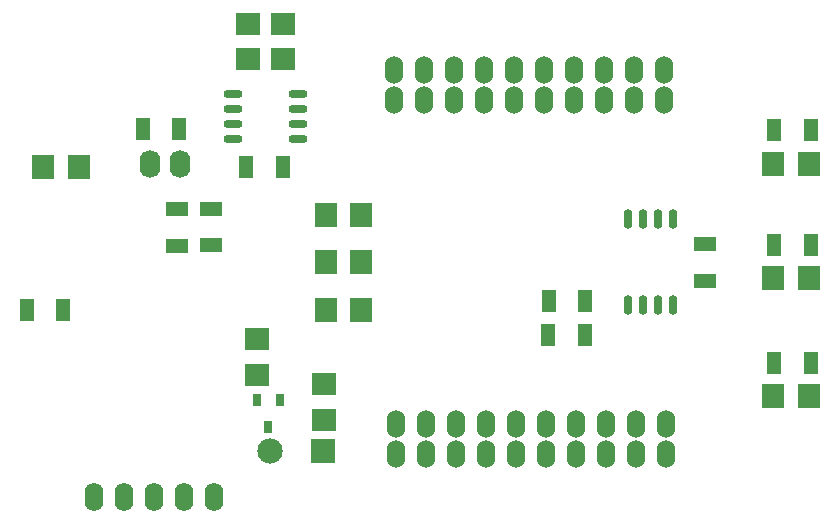
<source format=gbs>
G04*
G04 #@! TF.GenerationSoftware,Altium Limited,Altium Designer,23.1.1 (15)*
G04*
G04 Layer_Color=16711935*
%FSLAX44Y44*%
%MOMM*%
G71*
G04*
G04 #@! TF.SameCoordinates,9F4D0ECE-2CF4-41AA-81F9-B76AE3B11C26*
G04*
G04*
G04 #@! TF.FilePolarity,Negative*
G04*
G01*
G75*
%ADD32R,1.1500X1.9500*%
%ADD34R,1.9500X1.9900*%
%ADD47C,2.1500*%
%ADD48R,2.1500X2.1500*%
%ADD50O,1.7500X2.3500*%
%ADD62R,1.9900X1.9500*%
%ADD63O,1.6000X0.7500*%
%ADD64R,0.8000X1.1000*%
%ADD65R,1.9500X1.1500*%
%ADD66O,0.7500X1.7000*%
%ADD67O,1.6000X2.4000*%
%ADD68O,1.5500X2.3500*%
D32*
X322000Y427500D02*
D03*
X291000D02*
D03*
X476500Y549000D02*
D03*
X507500D02*
D03*
X732750Y435000D02*
D03*
X763750D02*
D03*
X732500Y406500D02*
D03*
X763500D02*
D03*
X924000Y383000D02*
D03*
X955000D02*
D03*
X924000Y483000D02*
D03*
X955000D02*
D03*
X924000Y580000D02*
D03*
X955000D02*
D03*
X389250Y581000D02*
D03*
X420250D02*
D03*
D34*
X923000Y355000D02*
D03*
X953000D02*
D03*
X923000Y455000D02*
D03*
X953000D02*
D03*
X923000Y551000D02*
D03*
X953000D02*
D03*
X544000Y508000D02*
D03*
X574000D02*
D03*
Y468000D02*
D03*
X544000D02*
D03*
X574000Y428000D02*
D03*
X544000D02*
D03*
X335000Y549000D02*
D03*
X305000D02*
D03*
D47*
X496850Y308400D02*
D03*
D48*
X541450Y308500D02*
D03*
D50*
X395600Y551250D02*
D03*
X421000D02*
D03*
D62*
X478500Y670000D02*
D03*
Y640000D02*
D03*
X542500Y334750D02*
D03*
Y364750D02*
D03*
X485750Y373000D02*
D03*
Y403000D02*
D03*
X508000Y670000D02*
D03*
Y640000D02*
D03*
D63*
X520250Y610550D02*
D03*
Y597850D02*
D03*
Y585150D02*
D03*
Y572450D02*
D03*
X465750Y610550D02*
D03*
Y597850D02*
D03*
Y585150D02*
D03*
Y572450D02*
D03*
D64*
X495500Y328250D02*
D03*
X505000Y351250D02*
D03*
X486000D02*
D03*
D65*
X447000Y482250D02*
D03*
Y513250D02*
D03*
X418000Y482000D02*
D03*
Y513000D02*
D03*
X865000Y452500D02*
D03*
Y483500D02*
D03*
D66*
X838050Y431500D02*
D03*
X825350D02*
D03*
X812650D02*
D03*
X799950D02*
D03*
X838050Y504500D02*
D03*
X825350D02*
D03*
X812650D02*
D03*
X799950D02*
D03*
D67*
X348200Y269000D02*
D03*
X373600D02*
D03*
X399000D02*
D03*
X424400D02*
D03*
X449800D02*
D03*
D68*
X832400Y330700D02*
D03*
X807000D02*
D03*
X781600D02*
D03*
X756200D02*
D03*
X730800D02*
D03*
X705400D02*
D03*
X680000D02*
D03*
X654600D02*
D03*
X629200D02*
D03*
X603800D02*
D03*
X832400Y305300D02*
D03*
X807000D02*
D03*
X781600D02*
D03*
X756200D02*
D03*
X730800D02*
D03*
X705400D02*
D03*
X680000D02*
D03*
X654600D02*
D03*
X629200D02*
D03*
X603800D02*
D03*
X602050Y605300D02*
D03*
X627450D02*
D03*
X652850D02*
D03*
X678250D02*
D03*
X703650D02*
D03*
X729050D02*
D03*
X754450D02*
D03*
X779850D02*
D03*
X805250D02*
D03*
X830650D02*
D03*
X602050Y630700D02*
D03*
X627450D02*
D03*
X652850D02*
D03*
X678250D02*
D03*
X703650D02*
D03*
X729050D02*
D03*
X754450D02*
D03*
X779850D02*
D03*
X805250D02*
D03*
X830650D02*
D03*
M02*

</source>
